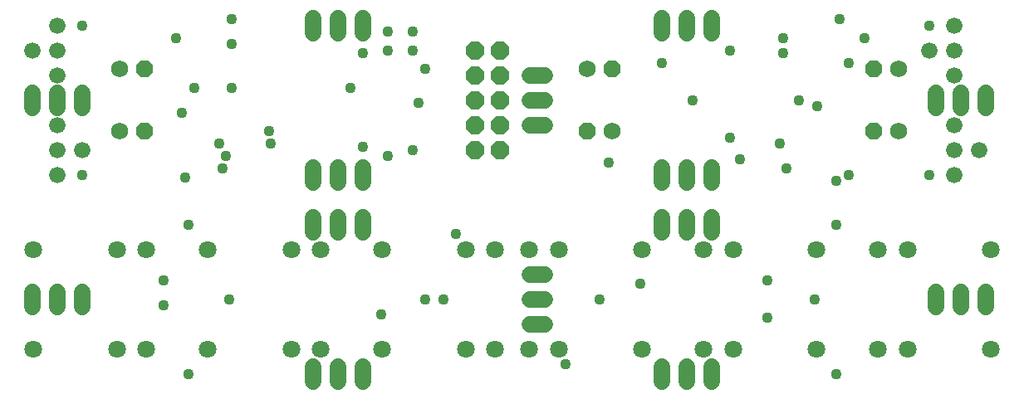
<source format=gbs>
G75*
%MOIN*%
%OFA0B0*%
%FSLAX25Y25*%
%IPPOS*%
%LPD*%
%AMOC8*
5,1,8,0,0,1.08239X$1,22.5*
%
%ADD10OC8,0.07200*%
%ADD11C,0.07096*%
%ADD12OC8,0.06900*%
%ADD13C,0.06900*%
%ADD14C,0.06600*%
%ADD15C,0.06600*%
%ADD16C,0.04362*%
D10*
X0184300Y0176433D03*
X0194300Y0176433D03*
X0194300Y0186433D03*
X0184300Y0186433D03*
X0184300Y0196433D03*
X0194300Y0196433D03*
X0194300Y0206433D03*
X0184300Y0206433D03*
X0184300Y0216433D03*
X0194300Y0216433D03*
D11*
X0192391Y0136433D03*
X0180580Y0136433D03*
X0206209Y0136433D03*
X0218020Y0136433D03*
X0251485Y0136433D03*
X0276209Y0136433D03*
X0288020Y0136433D03*
X0321485Y0136433D03*
X0346209Y0136433D03*
X0358020Y0136433D03*
X0391485Y0136433D03*
X0391485Y0096433D03*
X0358020Y0096433D03*
X0346209Y0096433D03*
X0321485Y0096433D03*
X0288020Y0096433D03*
X0276209Y0096433D03*
X0251485Y0096433D03*
X0218020Y0096433D03*
X0206209Y0096433D03*
X0192391Y0096433D03*
X0180580Y0096433D03*
X0147115Y0096433D03*
X0122391Y0096433D03*
X0110580Y0096433D03*
X0077115Y0096433D03*
X0052391Y0096433D03*
X0040580Y0096433D03*
X0007115Y0096433D03*
X0007115Y0136433D03*
X0040580Y0136433D03*
X0052391Y0136433D03*
X0077115Y0136433D03*
X0110580Y0136433D03*
X0122391Y0136433D03*
X0147115Y0136433D03*
D12*
X0229300Y0183933D03*
X0239300Y0208933D03*
X0344300Y0208933D03*
X0344300Y0183933D03*
X0051800Y0183933D03*
X0051800Y0208933D03*
D13*
X0041800Y0208933D03*
X0041800Y0183933D03*
X0229300Y0208933D03*
X0239300Y0183933D03*
X0354300Y0183933D03*
X0354300Y0208933D03*
D14*
X0366800Y0216433D03*
X0376800Y0216433D03*
X0376800Y0206433D03*
X0376800Y0226433D03*
X0376800Y0186433D03*
X0376800Y0176433D03*
X0386800Y0176433D03*
X0376800Y0166433D03*
X0026800Y0176433D03*
X0016800Y0176433D03*
X0016800Y0166433D03*
X0016800Y0186433D03*
X0016800Y0206433D03*
X0016800Y0216433D03*
X0006800Y0216433D03*
X0016800Y0226433D03*
D15*
X0119300Y0089433D02*
X0119300Y0083433D01*
X0129300Y0083433D02*
X0129300Y0089433D01*
X0139300Y0089433D02*
X0139300Y0083433D01*
X0206300Y0106433D02*
X0212300Y0106433D01*
X0212300Y0116433D02*
X0206300Y0116433D01*
X0206300Y0126433D02*
X0212300Y0126433D01*
X0259300Y0143433D02*
X0259300Y0149433D01*
X0269300Y0149433D02*
X0269300Y0143433D01*
X0279300Y0143433D02*
X0279300Y0149433D01*
X0279300Y0163433D02*
X0279300Y0169433D01*
X0269300Y0169433D02*
X0269300Y0163433D01*
X0259300Y0163433D02*
X0259300Y0169433D01*
X0212300Y0186433D02*
X0206300Y0186433D01*
X0206300Y0196433D02*
X0212300Y0196433D01*
X0212300Y0206433D02*
X0206300Y0206433D01*
X0259300Y0223433D02*
X0259300Y0229433D01*
X0269300Y0229433D02*
X0269300Y0223433D01*
X0279300Y0223433D02*
X0279300Y0229433D01*
X0369300Y0199433D02*
X0369300Y0193433D01*
X0379300Y0193433D02*
X0379300Y0199433D01*
X0389300Y0199433D02*
X0389300Y0193433D01*
X0389300Y0119433D02*
X0389300Y0113433D01*
X0379300Y0113433D02*
X0379300Y0119433D01*
X0369300Y0119433D02*
X0369300Y0113433D01*
X0279300Y0089433D02*
X0279300Y0083433D01*
X0269300Y0083433D02*
X0269300Y0089433D01*
X0259300Y0089433D02*
X0259300Y0083433D01*
X0139300Y0143433D02*
X0139300Y0149433D01*
X0129300Y0149433D02*
X0129300Y0143433D01*
X0119300Y0143433D02*
X0119300Y0149433D01*
X0119300Y0163433D02*
X0119300Y0169433D01*
X0129300Y0169433D02*
X0129300Y0163433D01*
X0139300Y0163433D02*
X0139300Y0169433D01*
X0139300Y0223433D02*
X0139300Y0229433D01*
X0129300Y0229433D02*
X0129300Y0223433D01*
X0119300Y0223433D02*
X0119300Y0229433D01*
X0026800Y0199433D02*
X0026800Y0193433D01*
X0016800Y0193433D02*
X0016800Y0199433D01*
X0006800Y0199433D02*
X0006800Y0193433D01*
X0006800Y0119433D02*
X0006800Y0113433D01*
X0016800Y0113433D02*
X0016800Y0119433D01*
X0026800Y0119433D02*
X0026800Y0113433D01*
D16*
X0059300Y0113933D03*
X0059300Y0123933D03*
X0085550Y0116433D03*
X0069300Y0086433D03*
X0146800Y0110183D03*
X0164300Y0116433D03*
X0171800Y0116433D03*
X0176800Y0142683D03*
X0149300Y0173933D03*
X0159300Y0176433D03*
X0139300Y0177683D03*
X0161800Y0195183D03*
X0164300Y0208933D03*
X0159300Y0216433D03*
X0149300Y0216433D03*
X0149300Y0223933D03*
X0159300Y0223933D03*
X0139300Y0215183D03*
X0134300Y0201433D03*
X0101800Y0183933D03*
X0102300Y0178933D03*
X0084300Y0173933D03*
X0083050Y0168933D03*
X0068050Y0165183D03*
X0081800Y0178933D03*
X0066800Y0191433D03*
X0071800Y0201433D03*
X0086800Y0201433D03*
X0086800Y0218933D03*
X0086800Y0228933D03*
X0064300Y0221433D03*
X0026800Y0226433D03*
X0026800Y0166433D03*
X0069300Y0146433D03*
X0220550Y0090183D03*
X0234300Y0116433D03*
X0250550Y0122683D03*
X0301800Y0123933D03*
X0320550Y0116433D03*
X0301800Y0108933D03*
X0329300Y0086433D03*
X0329300Y0146433D03*
X0329300Y0163933D03*
X0334300Y0166433D03*
X0309300Y0168933D03*
X0306800Y0178933D03*
X0290550Y0172683D03*
X0286800Y0181433D03*
X0271800Y0196433D03*
X0259300Y0211433D03*
X0286800Y0216433D03*
X0308050Y0215183D03*
X0308050Y0221433D03*
X0330550Y0228933D03*
X0340550Y0221433D03*
X0334300Y0211433D03*
X0314300Y0196433D03*
X0321800Y0193933D03*
X0366800Y0166433D03*
X0366800Y0226433D03*
X0238050Y0171433D03*
M02*

</source>
